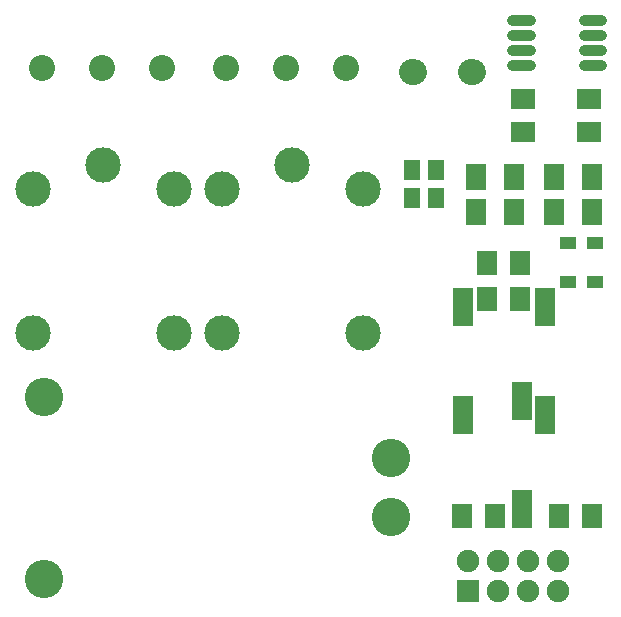
<source format=gts>
G04 Layer: TopSolderMaskLayer*
G04 EasyEDA v5.9.42, Tue, 02 Apr 2019 20:51:07 GMT*
G04 166f39b61798459ea13d042530858995*
G04 Gerber Generator version 0.2*
G04 Scale: 100 percent, Rotated: No, Reflected: No *
G04 Dimensions in millimeters *
G04 leading zeros omitted , absolute positions ,3 integer and 3 decimal *
%FSLAX33Y33*%
%MOMM*%
G90*
G71D02*

%ADD46C,2.203196*%
%ADD47C,0.903199*%
%ADD48R,1.903197X1.903197*%
%ADD49C,1.903197*%
%ADD50R,1.803400X2.004060*%
%ADD51C,3.251200*%
%ADD52C,3.253207*%
%ADD53R,1.703197X3.203194*%
%ADD54C,2.997200*%
%ADD55R,1.422400X1.112520*%
%ADD56R,1.803400X2.203196*%
%ADD57R,2.004060X1.803400*%
%ADD58R,1.363218X1.653210*%

%LPD*%
G54D46*
G01X34098Y45592D02*
G01X34298Y45592D01*
G01X39107Y45592D02*
G01X39307Y45592D01*
G54D47*
G01X50165Y46184D02*
G01X48665Y46184D01*
G01X50165Y47454D02*
G01X48665Y47454D01*
G01X50165Y48724D02*
G01X48665Y48724D01*
G01X50165Y49994D02*
G01X48665Y49994D01*
G01X44120Y46184D02*
G01X42620Y46184D01*
G01X44120Y47454D02*
G01X42620Y47454D01*
G01X44120Y48724D02*
G01X42620Y48724D01*
G01X44120Y49994D02*
G01X42620Y49994D01*
G54D48*
G01X38862Y1650D03*
G54D49*
G01X38862Y4190D03*
G01X41402Y1650D03*
G01X41402Y4190D03*
G01X43942Y1650D03*
G01X43942Y4190D03*
G01X46482Y1650D03*
G01X46482Y4190D03*
G54D50*
G01X46609Y8002D03*
G01X49403Y8002D03*
G01X38354Y8002D03*
G01X41148Y8002D03*
G54D51*
G01X2952Y2713D03*
G01X2952Y18113D03*
G01X32353Y7915D03*
G54D52*
G01X32353Y12914D03*
G54D53*
G01X45410Y16572D03*
G01X43409Y8573D03*
G01X38409Y16572D03*
G01X45410Y25716D03*
G01X43409Y17717D03*
G01X38409Y25716D03*
G54D54*
G01X18003Y23506D03*
G01X24003Y37707D03*
G01X30002Y35708D03*
G01X18003Y35708D03*
G01X30002Y23506D03*
G01X2001Y23506D03*
G01X8001Y37707D03*
G01X14000Y35708D03*
G01X2001Y35708D03*
G01X14000Y23506D03*
G54D46*
G01X18415Y45973D03*
G01X23495Y45973D03*
G01X28575Y45973D03*
G01X2794Y45973D03*
G01X7874Y45973D03*
G01X12954Y45973D03*
G54D55*
G01X49657Y31089D03*
G01X49657Y27838D03*
G01X47371Y31089D03*
G01X47371Y27838D03*
G54D56*
G01X46151Y33781D03*
G01X49352Y33781D03*
G01X46151Y36702D03*
G01X49352Y36702D03*
G54D50*
G01X43307Y26415D03*
G01X40513Y26415D03*
G01X40513Y29463D03*
G01X43307Y29463D03*
G54D57*
G01X43561Y40512D03*
G01X43561Y43306D03*
G01X49149Y40512D03*
G01X49149Y43306D03*
G54D56*
G01X39548Y33781D03*
G01X42747Y33781D03*
G01X39548Y36702D03*
G01X42747Y36702D03*
G54D58*
G01X36195Y34924D03*
G01X34163Y34924D03*
G01X36195Y37337D03*
G01X34163Y37337D03*
M00*
M02*

</source>
